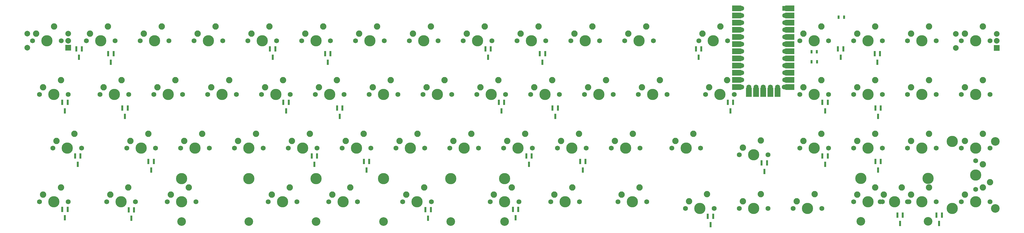
<source format=gbs>
G04 #@! TF.GenerationSoftware,KiCad,Pcbnew,(5.1.9)-1*
G04 #@! TF.CreationDate,2021-06-08T14:52:31-04:00*
G04 #@! TF.ProjectId,kastenwagen-pcb,6b617374-656e-4776-9167-656e2d706362,rev?*
G04 #@! TF.SameCoordinates,Original*
G04 #@! TF.FileFunction,Soldermask,Bot*
G04 #@! TF.FilePolarity,Negative*
%FSLAX46Y46*%
G04 Gerber Fmt 4.6, Leading zero omitted, Abs format (unit mm)*
G04 Created by KiCad (PCBNEW (5.1.9)-1) date 2021-06-08 14:52:31*
%MOMM*%
%LPD*%
G01*
G04 APERTURE LIST*
%ADD10R,0.700000X1.300000*%
%ADD11C,2.250000*%
%ADD12C,3.987800*%
%ADD13C,1.750000*%
%ADD14C,3.048000*%
%ADD15R,2.000000X2.000000*%
%ADD16C,2.000000*%
%ADD17R,2.000000X3.250000*%
%ADD18R,3.250000X2.000000*%
%ADD19C,1.752600*%
%ADD20R,1.752600X1.752600*%
%ADD21R,0.800000X1.900000*%
G04 APERTURE END LIST*
D10*
G04 #@! TO.C,R3*
X297876000Y-32867600D03*
X295976000Y-32867600D03*
G04 #@! TD*
G04 #@! TO.C,R2*
X297850000Y-29250000D03*
X295950000Y-29250000D03*
G04 #@! TD*
G04 #@! TO.C,R1*
X307450000Y-17000000D03*
X305550000Y-17000000D03*
G04 #@! TD*
D11*
G04 #@! TO.C,MX437*
X158908750Y-77470000D03*
D12*
X156368750Y-82550000D03*
D11*
X152558750Y-80010000D03*
D13*
X151288750Y-82550000D03*
X161448750Y-82550000D03*
D14*
X144462500Y-89535000D03*
X168275000Y-89535000D03*
D12*
X144462500Y-74295000D03*
X168275000Y-74295000D03*
G04 #@! TD*
D11*
G04 #@! TO.C,MX417*
X111283750Y-77470000D03*
D12*
X108743750Y-82550000D03*
D11*
X104933750Y-80010000D03*
D13*
X103663750Y-82550000D03*
X113823750Y-82550000D03*
D14*
X96837500Y-89535000D03*
X120650000Y-89535000D03*
D12*
X96837500Y-74295000D03*
X120650000Y-74295000D03*
G04 #@! TD*
D11*
G04 #@! TO.C,MX417.700*
X132715000Y-77470000D03*
D12*
X130175000Y-82550000D03*
D11*
X126365000Y-80010000D03*
D13*
X125095000Y-82550000D03*
X135255000Y-82550000D03*
D14*
X73025000Y-89535000D03*
X187325000Y-89535000D03*
D12*
X73025000Y-74295000D03*
X187325000Y-74295000D03*
G04 #@! TD*
D11*
G04 #@! TO.C,MX477.200*
X327863200Y-77444600D03*
D12*
X325323200Y-82524600D03*
D11*
X321513200Y-79984600D03*
D13*
X320243200Y-82524600D03*
X330403200Y-82524600D03*
D14*
X313416950Y-89509600D03*
X337229450Y-89509600D03*
D12*
X313416950Y-74269600D03*
X337229450Y-74269600D03*
G04 #@! TD*
D11*
G04 #@! TO.C,MX487.200*
X359092500Y-75565000D03*
D12*
X354012500Y-73025000D03*
D11*
X356552500Y-69215000D03*
D13*
X354012500Y-67945000D03*
X354012500Y-78105000D03*
D14*
X360997500Y-61118750D03*
X360997500Y-84931250D03*
D12*
X345757500Y-61118750D03*
X345757500Y-84931250D03*
G04 #@! TD*
D11*
G04 #@! TO.C,MX253*
X242252500Y-39370000D03*
D12*
X239712500Y-44450000D03*
D11*
X235902500Y-41910000D03*
D13*
X234632500Y-44450000D03*
X244792500Y-44450000D03*
G04 #@! TD*
D15*
G04 #@! TO.C,RSW181*
X361512500Y-27900000D03*
D16*
X361512500Y-25400000D03*
X361512500Y-22900000D03*
X347012500Y-27900000D03*
X347012500Y-22900000D03*
G04 #@! TD*
D15*
G04 #@! TO.C,RSW100*
X32900000Y-27856250D03*
D16*
X32900000Y-25356250D03*
X32900000Y-22856250D03*
X18400000Y-27856250D03*
X18400000Y-22856250D03*
G04 #@! TD*
D17*
G04 #@! TO.C,U1*
X273800000Y-43685000D03*
X276340000Y-43685000D03*
X278880000Y-43685000D03*
X281420000Y-43685000D03*
X283960000Y-43685000D03*
D18*
X269482000Y-13840000D03*
X269482000Y-16380000D03*
X269482000Y-18920000D03*
X269482000Y-21460000D03*
X269482000Y-24000000D03*
X269482000Y-26540000D03*
X269482000Y-29080000D03*
X269482000Y-31620000D03*
X269482000Y-34160000D03*
X269482000Y-36700000D03*
X269482000Y-39240000D03*
X269482000Y-41780000D03*
X288278000Y-41780000D03*
X288278000Y-39240000D03*
X288278000Y-36700000D03*
X288278000Y-34160000D03*
X288278000Y-31620000D03*
X288278000Y-29080000D03*
X288278000Y-26540000D03*
X288278000Y-24000000D03*
X288278000Y-21460000D03*
X288278000Y-18920000D03*
X288278000Y-16380000D03*
X288278000Y-13840000D03*
D19*
X283960000Y-41780000D03*
X281420000Y-41780000D03*
X278880000Y-41780000D03*
X276340000Y-41780000D03*
X273800000Y-41780000D03*
X271260000Y-13840000D03*
X286271400Y-41780000D03*
X271260000Y-16380000D03*
X271260000Y-18920000D03*
X271260000Y-21460000D03*
X271260000Y-24000000D03*
X271260000Y-26540000D03*
X271260000Y-29080000D03*
X271260000Y-31620000D03*
X271260000Y-34160000D03*
X271260000Y-36700000D03*
X271260000Y-39240000D03*
X271260000Y-41780000D03*
X286500000Y-39240000D03*
X286500000Y-36700000D03*
X286500000Y-34160000D03*
X286500000Y-31620000D03*
X286500000Y-29080000D03*
X286500000Y-26540000D03*
X286500000Y-24000000D03*
X286500000Y-21460000D03*
X286500000Y-18920000D03*
X286500000Y-16380000D03*
D20*
X286500000Y-13840000D03*
G04 #@! TD*
D11*
G04 #@! TO.C,MX487*
X356552500Y-77470000D03*
D12*
X354012500Y-82550000D03*
D11*
X350202500Y-80010000D03*
D13*
X348932500Y-82550000D03*
X359092500Y-82550000D03*
G04 #@! TD*
D11*
G04 #@! TO.C,MX486*
X337502500Y-77470000D03*
D12*
X334962500Y-82550000D03*
D11*
X331152500Y-80010000D03*
D13*
X329882500Y-82550000D03*
X340042500Y-82550000D03*
G04 #@! TD*
D11*
G04 #@! TO.C,MX477*
X318452500Y-77470000D03*
D12*
X315912500Y-82550000D03*
D11*
X312102500Y-80010000D03*
D13*
X310832500Y-82550000D03*
X320992500Y-82550000D03*
G04 #@! TD*
D11*
G04 #@! TO.C,MX476*
X297021250Y-79851250D03*
D12*
X294481250Y-84931250D03*
D11*
X290671250Y-82391250D03*
D13*
X289401250Y-84931250D03*
X299561250Y-84931250D03*
G04 #@! TD*
D11*
G04 #@! TO.C,MX467*
X277971250Y-79851250D03*
D12*
X275431250Y-84931250D03*
D11*
X271621250Y-82391250D03*
D13*
X270351250Y-84931250D03*
X280511250Y-84931250D03*
G04 #@! TD*
D11*
G04 #@! TO.C,MX457*
X258921250Y-79851250D03*
D12*
X256381250Y-84931250D03*
D11*
X252571250Y-82391250D03*
D13*
X251301250Y-84931250D03*
X261461250Y-84931250D03*
G04 #@! TD*
D11*
G04 #@! TO.C,MX456*
X235108750Y-77470000D03*
D12*
X232568750Y-82550000D03*
D11*
X228758750Y-80010000D03*
D13*
X227488750Y-82550000D03*
X237648750Y-82550000D03*
G04 #@! TD*
D11*
G04 #@! TO.C,MX447*
X211296250Y-77470000D03*
D12*
X208756250Y-82550000D03*
D11*
X204946250Y-80010000D03*
D13*
X203676250Y-82550000D03*
X213836250Y-82550000D03*
G04 #@! TD*
D11*
G04 #@! TO.C,MX446*
X189865000Y-77470000D03*
D12*
X187325000Y-82550000D03*
D11*
X183515000Y-80010000D03*
D13*
X182245000Y-82550000D03*
X192405000Y-82550000D03*
G04 #@! TD*
D11*
G04 #@! TO.C,MX416*
X75565000Y-77470000D03*
D12*
X73025000Y-82550000D03*
D11*
X69215000Y-80010000D03*
D13*
X67945000Y-82550000D03*
X78105000Y-82550000D03*
G04 #@! TD*
D11*
G04 #@! TO.C,MX407*
X54133750Y-77470000D03*
D12*
X51593750Y-82550000D03*
D11*
X47783750Y-80010000D03*
D13*
X46513750Y-82550000D03*
X56673750Y-82550000D03*
G04 #@! TD*
D11*
G04 #@! TO.C,MX406*
X30321250Y-77470000D03*
D12*
X27781250Y-82550000D03*
D11*
X23971250Y-80010000D03*
D13*
X22701250Y-82550000D03*
X32861250Y-82550000D03*
G04 #@! TD*
D11*
G04 #@! TO.C,MX385*
X356552500Y-58420000D03*
D12*
X354012500Y-63500000D03*
D11*
X350202500Y-60960000D03*
D13*
X348932500Y-63500000D03*
X359092500Y-63500000D03*
G04 #@! TD*
D11*
G04 #@! TO.C,MX384*
X337502500Y-58420000D03*
D12*
X334962500Y-63500000D03*
D11*
X331152500Y-60960000D03*
D13*
X329882500Y-63500000D03*
X340042500Y-63500000D03*
G04 #@! TD*
D11*
G04 #@! TO.C,MX375*
X318452500Y-58420000D03*
D12*
X315912500Y-63500000D03*
D11*
X312102500Y-60960000D03*
D13*
X310832500Y-63500000D03*
X320992500Y-63500000D03*
G04 #@! TD*
D11*
G04 #@! TO.C,MX374*
X299402500Y-58420000D03*
D12*
X296862500Y-63500000D03*
D11*
X293052500Y-60960000D03*
D13*
X291782500Y-63500000D03*
X301942500Y-63500000D03*
G04 #@! TD*
D11*
G04 #@! TO.C,MX364*
X277971250Y-60801250D03*
D12*
X275431250Y-65881250D03*
D11*
X271621250Y-63341250D03*
D13*
X270351250Y-65881250D03*
X280511250Y-65881250D03*
G04 #@! TD*
D11*
G04 #@! TO.C,MX355*
X254158750Y-58420000D03*
D12*
X251618750Y-63500000D03*
D11*
X247808750Y-60960000D03*
D13*
X246538750Y-63500000D03*
X256698750Y-63500000D03*
G04 #@! TD*
D11*
G04 #@! TO.C,MX354*
X232727500Y-58420000D03*
D12*
X230187500Y-63500000D03*
D11*
X226377500Y-60960000D03*
D13*
X225107500Y-63500000D03*
X235267500Y-63500000D03*
G04 #@! TD*
D11*
G04 #@! TO.C,MX345*
X213677500Y-58420000D03*
D12*
X211137500Y-63500000D03*
D11*
X207327500Y-60960000D03*
D13*
X206057500Y-63500000D03*
X216217500Y-63500000D03*
G04 #@! TD*
D11*
G04 #@! TO.C,MX344*
X194627500Y-58420000D03*
D12*
X192087500Y-63500000D03*
D11*
X188277500Y-60960000D03*
D13*
X187007500Y-63500000D03*
X197167500Y-63500000D03*
G04 #@! TD*
D11*
G04 #@! TO.C,MX335*
X175577500Y-58420000D03*
D12*
X173037500Y-63500000D03*
D11*
X169227500Y-60960000D03*
D13*
X167957500Y-63500000D03*
X178117500Y-63500000D03*
G04 #@! TD*
D11*
G04 #@! TO.C,MX334*
X156527500Y-58420000D03*
D12*
X153987500Y-63500000D03*
D11*
X150177500Y-60960000D03*
D13*
X148907500Y-63500000D03*
X159067500Y-63500000D03*
G04 #@! TD*
D11*
G04 #@! TO.C,MX325*
X137477500Y-58420000D03*
D12*
X134937500Y-63500000D03*
D11*
X131127500Y-60960000D03*
D13*
X129857500Y-63500000D03*
X140017500Y-63500000D03*
G04 #@! TD*
D11*
G04 #@! TO.C,MX324*
X118427500Y-58420000D03*
D12*
X115887500Y-63500000D03*
D11*
X112077500Y-60960000D03*
D13*
X110807500Y-63500000D03*
X120967500Y-63500000D03*
G04 #@! TD*
D11*
G04 #@! TO.C,MX315*
X99377500Y-58420000D03*
D12*
X96837500Y-63500000D03*
D11*
X93027500Y-60960000D03*
D13*
X91757500Y-63500000D03*
X101917500Y-63500000D03*
G04 #@! TD*
D11*
G04 #@! TO.C,MX314*
X80327500Y-58420000D03*
D12*
X77787500Y-63500000D03*
D11*
X73977500Y-60960000D03*
D13*
X72707500Y-63500000D03*
X82867500Y-63500000D03*
G04 #@! TD*
D11*
G04 #@! TO.C,MX305*
X61277500Y-58420000D03*
D12*
X58737500Y-63500000D03*
D11*
X54927500Y-60960000D03*
D13*
X53657500Y-63500000D03*
X63817500Y-63500000D03*
G04 #@! TD*
D11*
G04 #@! TO.C,MX304*
X35083750Y-58420000D03*
D12*
X32543750Y-63500000D03*
D11*
X28733750Y-60960000D03*
D13*
X27463750Y-63500000D03*
X37623750Y-63500000D03*
G04 #@! TD*
D11*
G04 #@! TO.C,MX283*
X356552500Y-39370000D03*
D12*
X354012500Y-44450000D03*
D11*
X350202500Y-41910000D03*
D13*
X348932500Y-44450000D03*
X359092500Y-44450000D03*
G04 #@! TD*
D11*
G04 #@! TO.C,MX282*
X337502500Y-39370000D03*
D12*
X334962500Y-44450000D03*
D11*
X331152500Y-41910000D03*
D13*
X329882500Y-44450000D03*
X340042500Y-44450000D03*
G04 #@! TD*
D11*
G04 #@! TO.C,MX273*
X318452500Y-39370000D03*
D12*
X315912500Y-44450000D03*
D11*
X312102500Y-41910000D03*
D13*
X310832500Y-44450000D03*
X320992500Y-44450000D03*
G04 #@! TD*
D11*
G04 #@! TO.C,MX272*
X299402500Y-39370000D03*
D12*
X296862500Y-44450000D03*
D11*
X293052500Y-41910000D03*
D13*
X291782500Y-44450000D03*
X301942500Y-44450000D03*
G04 #@! TD*
D11*
G04 #@! TO.C,MX262*
X266065000Y-39370000D03*
D12*
X263525000Y-44450000D03*
D11*
X259715000Y-41910000D03*
D13*
X258445000Y-44450000D03*
X268605000Y-44450000D03*
G04 #@! TD*
D11*
G04 #@! TO.C,MX252*
X223202500Y-39370000D03*
D12*
X220662500Y-44450000D03*
D11*
X216852500Y-41910000D03*
D13*
X215582500Y-44450000D03*
X225742500Y-44450000D03*
G04 #@! TD*
D11*
G04 #@! TO.C,MX243*
X204152500Y-39370000D03*
D12*
X201612500Y-44450000D03*
D11*
X197802500Y-41910000D03*
D13*
X196532500Y-44450000D03*
X206692500Y-44450000D03*
G04 #@! TD*
D11*
G04 #@! TO.C,MX242*
X185102500Y-39370000D03*
D12*
X182562500Y-44450000D03*
D11*
X178752500Y-41910000D03*
D13*
X177482500Y-44450000D03*
X187642500Y-44450000D03*
G04 #@! TD*
D11*
G04 #@! TO.C,MX233*
X166052500Y-39370000D03*
D12*
X163512500Y-44450000D03*
D11*
X159702500Y-41910000D03*
D13*
X158432500Y-44450000D03*
X168592500Y-44450000D03*
G04 #@! TD*
D11*
G04 #@! TO.C,MX232*
X147002500Y-39370000D03*
D12*
X144462500Y-44450000D03*
D11*
X140652500Y-41910000D03*
D13*
X139382500Y-44450000D03*
X149542500Y-44450000D03*
G04 #@! TD*
D11*
G04 #@! TO.C,MX223*
X127952500Y-39370000D03*
D12*
X125412500Y-44450000D03*
D11*
X121602500Y-41910000D03*
D13*
X120332500Y-44450000D03*
X130492500Y-44450000D03*
G04 #@! TD*
D11*
G04 #@! TO.C,MX222*
X108902500Y-39370000D03*
D12*
X106362500Y-44450000D03*
D11*
X102552500Y-41910000D03*
D13*
X101282500Y-44450000D03*
X111442500Y-44450000D03*
G04 #@! TD*
D11*
G04 #@! TO.C,MX213*
X89852500Y-39370000D03*
D12*
X87312500Y-44450000D03*
D11*
X83502500Y-41910000D03*
D13*
X82232500Y-44450000D03*
X92392500Y-44450000D03*
G04 #@! TD*
D11*
G04 #@! TO.C,MX212*
X70802500Y-39370000D03*
D12*
X68262500Y-44450000D03*
D11*
X64452500Y-41910000D03*
D13*
X63182500Y-44450000D03*
X73342500Y-44450000D03*
G04 #@! TD*
D11*
G04 #@! TO.C,MX203*
X51752500Y-39370000D03*
D12*
X49212500Y-44450000D03*
D11*
X45402500Y-41910000D03*
D13*
X44132500Y-44450000D03*
X54292500Y-44450000D03*
G04 #@! TD*
D11*
G04 #@! TO.C,MX202*
X30321250Y-39370000D03*
D12*
X27781250Y-44450000D03*
D11*
X23971250Y-41910000D03*
D13*
X22701250Y-44450000D03*
X32861250Y-44450000D03*
G04 #@! TD*
D11*
G04 #@! TO.C,MX181*
X356552500Y-20320000D03*
D12*
X354012500Y-25400000D03*
D11*
X350202500Y-22860000D03*
D13*
X348932500Y-25400000D03*
X359092500Y-25400000D03*
G04 #@! TD*
D11*
G04 #@! TO.C,MX180*
X337502500Y-20320000D03*
D12*
X334962500Y-25400000D03*
D11*
X331152500Y-22860000D03*
D13*
X329882500Y-25400000D03*
X340042500Y-25400000D03*
G04 #@! TD*
D11*
G04 #@! TO.C,MX171*
X318452500Y-20320000D03*
D12*
X315912500Y-25400000D03*
D11*
X312102500Y-22860000D03*
D13*
X310832500Y-25400000D03*
X320992500Y-25400000D03*
G04 #@! TD*
D11*
G04 #@! TO.C,MX170*
X299402500Y-20320000D03*
D12*
X296862500Y-25400000D03*
D11*
X293052500Y-22860000D03*
D13*
X291782500Y-25400000D03*
X301942500Y-25400000D03*
G04 #@! TD*
D11*
G04 #@! TO.C,MX160*
X263683750Y-20320000D03*
D12*
X261143750Y-25400000D03*
D11*
X257333750Y-22860000D03*
D13*
X256063750Y-25400000D03*
X266223750Y-25400000D03*
G04 #@! TD*
D11*
G04 #@! TO.C,MX151*
X237490000Y-20320000D03*
D12*
X234950000Y-25400000D03*
D11*
X231140000Y-22860000D03*
D13*
X229870000Y-25400000D03*
X240030000Y-25400000D03*
G04 #@! TD*
D11*
G04 #@! TO.C,MX150*
X218440000Y-20320000D03*
D12*
X215900000Y-25400000D03*
D11*
X212090000Y-22860000D03*
D13*
X210820000Y-25400000D03*
X220980000Y-25400000D03*
G04 #@! TD*
D11*
G04 #@! TO.C,MX141*
X199390000Y-20320000D03*
D12*
X196850000Y-25400000D03*
D11*
X193040000Y-22860000D03*
D13*
X191770000Y-25400000D03*
X201930000Y-25400000D03*
G04 #@! TD*
D11*
G04 #@! TO.C,MX140*
X180340000Y-20320000D03*
D12*
X177800000Y-25400000D03*
D11*
X173990000Y-22860000D03*
D13*
X172720000Y-25400000D03*
X182880000Y-25400000D03*
G04 #@! TD*
D11*
G04 #@! TO.C,MX131*
X161290000Y-20320000D03*
D12*
X158750000Y-25400000D03*
D11*
X154940000Y-22860000D03*
D13*
X153670000Y-25400000D03*
X163830000Y-25400000D03*
G04 #@! TD*
D11*
G04 #@! TO.C,MX130*
X142240000Y-20320000D03*
D12*
X139700000Y-25400000D03*
D11*
X135890000Y-22860000D03*
D13*
X134620000Y-25400000D03*
X144780000Y-25400000D03*
G04 #@! TD*
D11*
G04 #@! TO.C,MX121*
X123190000Y-20320000D03*
D12*
X120650000Y-25400000D03*
D11*
X116840000Y-22860000D03*
D13*
X115570000Y-25400000D03*
X125730000Y-25400000D03*
G04 #@! TD*
D11*
G04 #@! TO.C,MX120*
X104140000Y-20320000D03*
D12*
X101600000Y-25400000D03*
D11*
X97790000Y-22860000D03*
D13*
X96520000Y-25400000D03*
X106680000Y-25400000D03*
G04 #@! TD*
D11*
G04 #@! TO.C,MX111*
X85090000Y-20320000D03*
D12*
X82550000Y-25400000D03*
D11*
X78740000Y-22860000D03*
D13*
X77470000Y-25400000D03*
X87630000Y-25400000D03*
G04 #@! TD*
D11*
G04 #@! TO.C,MX110*
X66040000Y-20320000D03*
D12*
X63500000Y-25400000D03*
D11*
X59690000Y-22860000D03*
D13*
X58420000Y-25400000D03*
X68580000Y-25400000D03*
G04 #@! TD*
D11*
G04 #@! TO.C,MX101*
X46990000Y-20320000D03*
D12*
X44450000Y-25400000D03*
D11*
X40640000Y-22860000D03*
D13*
X39370000Y-25400000D03*
X49530000Y-25400000D03*
G04 #@! TD*
D11*
G04 #@! TO.C,MX100*
X27940000Y-20320000D03*
D12*
X25400000Y-25400000D03*
D11*
X21590000Y-22860000D03*
D13*
X20320000Y-25400000D03*
X30480000Y-25400000D03*
G04 #@! TD*
D21*
G04 #@! TO.C,D477*
X341122000Y-90271600D03*
X342072000Y-87271600D03*
X340172000Y-87271600D03*
G04 #@! TD*
G04 #@! TO.C,D476*
X327300000Y-90250000D03*
X328250000Y-87250000D03*
X326350000Y-87250000D03*
G04 #@! TD*
G04 #@! TO.C,D457*
X260200000Y-90706200D03*
X261150000Y-87706200D03*
X259250000Y-87706200D03*
G04 #@! TD*
G04 #@! TO.C,D446*
X191250000Y-88250000D03*
X192200000Y-85250000D03*
X190300000Y-85250000D03*
G04 #@! TD*
G04 #@! TO.C,D437*
X160274000Y-88368000D03*
X161224000Y-85368000D03*
X159324000Y-85368000D03*
G04 #@! TD*
G04 #@! TO.C,D407*
X55250000Y-88392000D03*
X56200000Y-85392000D03*
X54300000Y-85392000D03*
G04 #@! TD*
G04 #@! TO.C,D406*
X31750000Y-88250000D03*
X32700000Y-85250000D03*
X30800000Y-85250000D03*
G04 #@! TD*
G04 #@! TO.C,D375*
X319500000Y-71250000D03*
X320450000Y-68250000D03*
X318550000Y-68250000D03*
G04 #@! TD*
G04 #@! TO.C,D374*
X300750000Y-69250000D03*
X301700000Y-66250000D03*
X299800000Y-66250000D03*
G04 #@! TD*
G04 #@! TO.C,D364*
X279250000Y-71750000D03*
X280200000Y-68750000D03*
X278300000Y-68750000D03*
G04 #@! TD*
G04 #@! TO.C,D345*
X215000000Y-71250000D03*
X215950000Y-68250000D03*
X214050000Y-68250000D03*
G04 #@! TD*
G04 #@! TO.C,D344*
X195950000Y-69250000D03*
X196900000Y-66250000D03*
X195000000Y-66250000D03*
G04 #@! TD*
G04 #@! TO.C,D325*
X138500000Y-71250000D03*
X139450000Y-68250000D03*
X137550000Y-68250000D03*
G04 #@! TD*
G04 #@! TO.C,D324*
X120000000Y-69250000D03*
X120950000Y-66250000D03*
X119050000Y-66250000D03*
G04 #@! TD*
G04 #@! TO.C,D305*
X62250000Y-71250000D03*
X63200000Y-68250000D03*
X61300000Y-68250000D03*
G04 #@! TD*
G04 #@! TO.C,D304*
X36300000Y-69250000D03*
X37250000Y-66250000D03*
X35350000Y-66250000D03*
G04 #@! TD*
G04 #@! TO.C,D273*
X319500000Y-52250000D03*
X320450000Y-49250000D03*
X318550000Y-49250000D03*
G04 #@! TD*
G04 #@! TO.C,D272*
X300750000Y-50250000D03*
X301700000Y-47250000D03*
X299800000Y-47250000D03*
G04 #@! TD*
G04 #@! TO.C,D262*
X267250000Y-50250000D03*
X268200000Y-47250000D03*
X266300000Y-47250000D03*
G04 #@! TD*
G04 #@! TO.C,D243*
X205250000Y-52250000D03*
X206200000Y-49250000D03*
X204300000Y-49250000D03*
G04 #@! TD*
G04 #@! TO.C,D242*
X186250000Y-50250000D03*
X187200000Y-47250000D03*
X185300000Y-47250000D03*
G04 #@! TD*
G04 #@! TO.C,D223*
X129000000Y-52250000D03*
X129950000Y-49250000D03*
X128050000Y-49250000D03*
G04 #@! TD*
G04 #@! TO.C,D222*
X110000000Y-50250000D03*
X110950000Y-47250000D03*
X109050000Y-47250000D03*
G04 #@! TD*
G04 #@! TO.C,D203*
X53000000Y-52250000D03*
X53950000Y-49250000D03*
X52050000Y-49250000D03*
G04 #@! TD*
G04 #@! TO.C,D202*
X31750000Y-50250000D03*
X32700000Y-47250000D03*
X30800000Y-47250000D03*
G04 #@! TD*
G04 #@! TO.C,D171*
X319250000Y-33000000D03*
X320200000Y-30000000D03*
X318300000Y-30000000D03*
G04 #@! TD*
G04 #@! TO.C,D170*
X306250000Y-31250000D03*
X307200000Y-28250000D03*
X305300000Y-28250000D03*
G04 #@! TD*
G04 #@! TO.C,D160*
X256000000Y-31250000D03*
X256950000Y-28250000D03*
X255050000Y-28250000D03*
G04 #@! TD*
G04 #@! TO.C,D141*
X200750000Y-33000000D03*
X201700000Y-30000000D03*
X199800000Y-30000000D03*
G04 #@! TD*
G04 #@! TO.C,D140*
X181500000Y-31250000D03*
X182450000Y-28250000D03*
X180550000Y-28250000D03*
G04 #@! TD*
G04 #@! TO.C,D121*
X124750000Y-33000000D03*
X125700000Y-30000000D03*
X123800000Y-30000000D03*
G04 #@! TD*
G04 #@! TO.C,D120*
X105250000Y-31250000D03*
X106200000Y-28250000D03*
X104300000Y-28250000D03*
G04 #@! TD*
G04 #@! TO.C,D101*
X48000000Y-33000000D03*
X48950000Y-30000000D03*
X47050000Y-30000000D03*
G04 #@! TD*
G04 #@! TO.C,D100*
X36750000Y-31250000D03*
X37700000Y-28250000D03*
X35800000Y-28250000D03*
G04 #@! TD*
M02*

</source>
